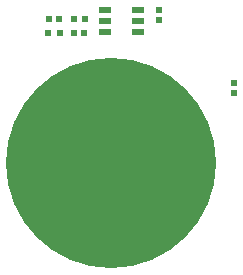
<source format=gbp>
G04 Layer_Color=128*
%FSLAX25Y25*%
%MOIN*%
G70*
G01*
G75*
%ADD23C,0.70079*%
%ADD24R,0.01969X0.02362*%
%ADD25R,0.02165X0.02362*%
%ADD26R,0.02362X0.02165*%
%ADD27R,0.04331X0.02362*%
D23*
X0Y-10000D02*
D03*
D24*
X-8531Y38000D02*
D03*
X-12468D02*
D03*
X-17031Y33500D02*
D03*
X-20968D02*
D03*
D25*
X16000Y37827D02*
D03*
Y41173D02*
D03*
X41000Y16673D02*
D03*
Y13327D02*
D03*
D26*
X-17327Y38000D02*
D03*
X-20673D02*
D03*
X-8827Y33500D02*
D03*
X-12173D02*
D03*
D27*
X9012Y41240D02*
D03*
Y33760D02*
D03*
Y37500D02*
D03*
X-2012D02*
D03*
Y41240D02*
D03*
Y33760D02*
D03*
M02*

</source>
